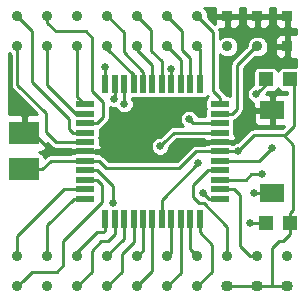
<source format=gbr>
G04 #@! TF.FileFunction,Copper,L1,Top,Signal*
%FSLAX46Y46*%
G04 Gerber Fmt 4.6, Leading zero omitted, Abs format (unit mm)*
G04 Created by KiCad (PCBNEW 4.0.5+dfsg1-4~bpo8+1) date Fri May 26 18:42:54 2017*
%MOMM*%
%LPD*%
G01*
G04 APERTURE LIST*
%ADD10C,0.100000*%
%ADD11R,2.000000X1.500000*%
%ADD12R,0.914400X0.914400*%
%ADD13C,0.914400*%
%ADD14O,1.016000X0.914400*%
%ADD15R,1.500000X0.550000*%
%ADD16R,0.550000X1.500000*%
%ADD17R,2.500000X1.950000*%
%ADD18R,1.198880X1.198880*%
%ADD19C,0.660400*%
%ADD20C,0.254000*%
G04 APERTURE END LIST*
D10*
D11*
X99060000Y-60000000D03*
X99060000Y-67000000D03*
D12*
X100330000Y-52070000D03*
X100330000Y-54610000D03*
D13*
X92710000Y-54610000D03*
D12*
X97790000Y-52070000D03*
D13*
X95250000Y-54610000D03*
D12*
X95250000Y-52070000D03*
D13*
X92710000Y-52070000D03*
X97790000Y-54610000D03*
X90170000Y-54610000D03*
X90170000Y-52070000D03*
X87630000Y-52070000D03*
X87630000Y-54610000D03*
X85090000Y-54610000D03*
X85090000Y-52070000D03*
X82550000Y-54610000D03*
X82550000Y-52070000D03*
X80010000Y-54610000D03*
X80010000Y-52070000D03*
X77470000Y-52070000D03*
X77470000Y-54610000D03*
D14*
X95250000Y-74930000D03*
D13*
X97790000Y-72390000D03*
D14*
X100330000Y-74930000D03*
X97790000Y-74930000D03*
D13*
X95250000Y-72390000D03*
X92710000Y-72390000D03*
X100330000Y-72390000D03*
X90170000Y-72390000D03*
X92710000Y-74930000D03*
X87630000Y-72390000D03*
X90170000Y-74930000D03*
X85090000Y-72390000D03*
X87630000Y-74930000D03*
X80010000Y-72390000D03*
X77470000Y-72390000D03*
X85090000Y-74930000D03*
X82550000Y-74930000D03*
X77470000Y-74930000D03*
X82550000Y-72390000D03*
X80010000Y-74930000D03*
D15*
X83200000Y-59500000D03*
X83200000Y-60300000D03*
X83200000Y-61100000D03*
X83200000Y-61900000D03*
X83200000Y-62700000D03*
X83200000Y-63500000D03*
X83200000Y-64300000D03*
X83200000Y-65100000D03*
X83200000Y-65900000D03*
X83200000Y-66700000D03*
X83200000Y-67500000D03*
D16*
X84900000Y-69200000D03*
X85700000Y-69200000D03*
X86500000Y-69200000D03*
X87300000Y-69200000D03*
X88100000Y-69200000D03*
X88900000Y-69200000D03*
X89700000Y-69200000D03*
X90500000Y-69200000D03*
X91300000Y-69200000D03*
X92100000Y-69200000D03*
X92900000Y-69200000D03*
D15*
X94600000Y-67500000D03*
X94600000Y-66700000D03*
X94600000Y-65900000D03*
X94600000Y-65100000D03*
X94600000Y-64300000D03*
X94600000Y-63500000D03*
X94600000Y-62700000D03*
X94600000Y-61900000D03*
X94600000Y-61100000D03*
X94600000Y-60300000D03*
X94600000Y-59500000D03*
D16*
X92900000Y-57800000D03*
X92100000Y-57800000D03*
X91300000Y-57800000D03*
X90500000Y-57800000D03*
X89700000Y-57800000D03*
X88900000Y-57800000D03*
X88100000Y-57800000D03*
X87300000Y-57800000D03*
X86500000Y-57800000D03*
X85700000Y-57800000D03*
X84900000Y-57800000D03*
D17*
X78054200Y-65025000D03*
X78054200Y-61975000D03*
D18*
X100584020Y-69596000D03*
X98485980Y-69596000D03*
X100584020Y-57404000D03*
X98485980Y-57404000D03*
D19*
X91999568Y-60755796D03*
X89534704Y-63067256D03*
X96118069Y-63500000D03*
X90500479Y-56489491D03*
X97188363Y-69595883D03*
X97677455Y-58646501D03*
X86508794Y-59467055D03*
X85622764Y-59050174D03*
X85545377Y-67843017D03*
X98139626Y-65411772D03*
X99034600Y-63195200D03*
X84911570Y-56312146D03*
X93174820Y-67012820D03*
X92760800Y-64516000D03*
X97536000Y-67005200D03*
D20*
X83200000Y-63500000D02*
X84331300Y-63500000D01*
X84331300Y-63500000D02*
X84737700Y-63906400D01*
X84737700Y-63906400D02*
X90856500Y-63906400D01*
X90856500Y-63906400D02*
X92062900Y-62700000D01*
X92062900Y-62700000D02*
X94600000Y-62700000D01*
X83200000Y-63500000D02*
X80289400Y-63500000D01*
X80289400Y-63500000D02*
X78764400Y-61975000D01*
X78764400Y-61975000D02*
X78054200Y-61975000D01*
X78079600Y-61975000D02*
X78769337Y-61975000D01*
X78232000Y-61975000D02*
X79012132Y-61975000D01*
X97790000Y-52070000D02*
X97078800Y-52070000D01*
X97078800Y-52070000D02*
X95250000Y-52070000D01*
X97739200Y-55866549D02*
X96830187Y-56775562D01*
X100330000Y-54610000D02*
X100330000Y-55321200D01*
X100330000Y-55321200D02*
X99784651Y-55866549D01*
X99784651Y-55866549D02*
X97739200Y-55866549D01*
X100330000Y-52070000D02*
X100330000Y-52781200D01*
X100330000Y-52781200D02*
X100330000Y-54610000D01*
X96830187Y-56775562D02*
X96830187Y-59151487D01*
X96830187Y-59151487D02*
X97678700Y-60000000D01*
X94600000Y-62700000D02*
X95710642Y-62700000D01*
X95710642Y-62700000D02*
X97516061Y-60894581D01*
X97516061Y-60894581D02*
X97516061Y-60162639D01*
X97516061Y-60162639D02*
X97678700Y-60000000D01*
X97790000Y-52070000D02*
X100330000Y-52070000D01*
X99060000Y-60000000D02*
X97678700Y-60000000D01*
X92329767Y-61085995D02*
X91999568Y-60755796D01*
X92343772Y-61100000D02*
X92329767Y-61085995D01*
X94600000Y-61100000D02*
X92343772Y-61100000D01*
X89864903Y-62737057D02*
X89534704Y-63067256D01*
X90701960Y-61900000D02*
X89864903Y-62737057D01*
X94600000Y-61900000D02*
X90701960Y-61900000D01*
X94600000Y-63500000D02*
X92604600Y-63500000D01*
X92604600Y-63500000D02*
X91182200Y-64922400D01*
X91182200Y-64922400D02*
X84953700Y-64922400D01*
X84953700Y-64922400D02*
X84331300Y-64300000D01*
X84331300Y-64300000D02*
X83200000Y-64300000D01*
X78054200Y-65025000D02*
X79583600Y-65025000D01*
X79583600Y-65025000D02*
X80308600Y-64300000D01*
X80308600Y-64300000D02*
X82196000Y-64300000D01*
X82196000Y-64300000D02*
X83200000Y-64300000D01*
X100584020Y-69596000D02*
X100584020Y-68742560D01*
X100584020Y-68742560D02*
X100835235Y-68491345D01*
X100835235Y-62938435D02*
X99999800Y-62103000D01*
X100835235Y-68491345D02*
X100835235Y-62938435D01*
X100160026Y-62103000D02*
X99999800Y-62103000D01*
X99999800Y-62103000D02*
X99313400Y-62103000D01*
X99618800Y-71069200D02*
X99964260Y-71069200D01*
X100584020Y-70449440D02*
X100584020Y-69596000D01*
X99964260Y-71069200D02*
X100584020Y-70449440D01*
X98983800Y-71704200D02*
X99618800Y-71069200D01*
X98983800Y-74930000D02*
X97790000Y-74930000D01*
X100330000Y-74930000D02*
X98983800Y-74930000D01*
X98983800Y-74930000D02*
X98983800Y-71704200D01*
X100881830Y-60985400D02*
X100881830Y-61381196D01*
X100881830Y-57701830D02*
X100881830Y-60985400D01*
X78079600Y-65025000D02*
X79583600Y-65025000D01*
X100584000Y-57404000D02*
X100881830Y-57701830D01*
X100881830Y-61381196D02*
X100160026Y-62103000D01*
X97145369Y-62472700D02*
X96901000Y-62717069D01*
X96901000Y-62717069D02*
X96118069Y-63500000D01*
X99313400Y-62103000D02*
X97515069Y-62103000D01*
X97515069Y-62103000D02*
X96901000Y-62717069D01*
X96118069Y-63500000D02*
X94600000Y-63500000D01*
X97790000Y-74930000D02*
X97143422Y-74930000D01*
X97143422Y-74930000D02*
X95250000Y-74930000D01*
X90500000Y-56489970D02*
X90500479Y-56489491D01*
X90500000Y-57800000D02*
X90500000Y-56489970D01*
X97655336Y-69595883D02*
X97188363Y-69595883D01*
X98485883Y-69595883D02*
X97655336Y-69595883D01*
X98486000Y-69596000D02*
X98485883Y-69595883D01*
X98486000Y-57837956D02*
X98007654Y-58316302D01*
X98486000Y-57404000D02*
X98486000Y-57837956D01*
X98007654Y-58316302D02*
X97677455Y-58646501D01*
X86500000Y-59458261D02*
X86508794Y-59467055D01*
X86500000Y-57800000D02*
X86500000Y-59458261D01*
X85700000Y-58972938D02*
X85622764Y-59050174D01*
X85700000Y-57800000D02*
X85700000Y-58972938D01*
X85545377Y-67376044D02*
X85545377Y-67843017D01*
X85545377Y-66441377D02*
X85545377Y-67376044D01*
X84204000Y-65100000D02*
X85545377Y-66441377D01*
X83200000Y-65100000D02*
X84204000Y-65100000D01*
X83200000Y-65900000D02*
X84204000Y-65900000D01*
X84204000Y-65900000D02*
X84632800Y-66328800D01*
X84632800Y-67758781D02*
X81348517Y-71043064D01*
X81348517Y-71043064D02*
X81348517Y-73153339D01*
X84632800Y-66328800D02*
X84632800Y-67758781D01*
X81348517Y-73153339D02*
X80833917Y-73667939D01*
X80833917Y-73667939D02*
X78732061Y-73667939D01*
X78732061Y-73667939D02*
X77927199Y-74472801D01*
X77927199Y-74472801D02*
X77470000Y-74930000D01*
X92100000Y-71780000D02*
X92710000Y-72390000D01*
X92100000Y-69200000D02*
X92100000Y-71780000D01*
X77470000Y-72390000D02*
X77470000Y-70638018D01*
X77470000Y-70638018D02*
X81408018Y-66700000D01*
X81408018Y-66700000D02*
X83200000Y-66700000D01*
X92900000Y-69200000D02*
X92900000Y-70331300D01*
X92900000Y-70331300D02*
X93975683Y-71406983D01*
X93975683Y-73664317D02*
X92710000Y-74930000D01*
X93975683Y-71406983D02*
X93975683Y-73664317D01*
X83200000Y-67500000D02*
X82217081Y-67500000D01*
X82217081Y-67500000D02*
X80010000Y-69707081D01*
X80010000Y-69707081D02*
X80010000Y-72390000D01*
X97790000Y-72390000D02*
X97143422Y-72390000D01*
X97143422Y-72390000D02*
X96290595Y-71537173D01*
X96290595Y-71537173D02*
X96290595Y-67202515D01*
X96290595Y-67202515D02*
X95788080Y-66700000D01*
X95788080Y-66700000D02*
X94600000Y-66700000D01*
X86500000Y-69200000D02*
X86500000Y-70877872D01*
X86500000Y-70877872D02*
X85090000Y-72287872D01*
X85090000Y-72287872D02*
X85090000Y-72390000D01*
X97275228Y-65411772D02*
X97672653Y-65411772D01*
X97672653Y-65411772D02*
X98139626Y-65411772D01*
X96787000Y-65900000D02*
X97275228Y-65411772D01*
X94600000Y-65900000D02*
X96787000Y-65900000D01*
X87300000Y-69200000D02*
X87300000Y-71198862D01*
X87300000Y-71198862D02*
X86345703Y-72153159D01*
X86345703Y-72153159D02*
X86345703Y-73674297D01*
X86345703Y-73674297D02*
X85090000Y-74930000D01*
X94600000Y-65100000D02*
X93596000Y-65100000D01*
X93596000Y-65100000D02*
X92329000Y-66367000D01*
X92329000Y-66367000D02*
X92329000Y-67360800D01*
X92329000Y-67360800D02*
X92861082Y-67892882D01*
X92861082Y-67892882D02*
X93288164Y-67892882D01*
X93288164Y-67892882D02*
X95250000Y-69854718D01*
X95250000Y-69854718D02*
X95250000Y-71743422D01*
X95250000Y-71743422D02*
X95250000Y-72390000D01*
X88100000Y-71920000D02*
X87630000Y-72390000D01*
X88100000Y-69200000D02*
X88100000Y-71920000D01*
X98704401Y-63525399D02*
X99034600Y-63195200D01*
X97929800Y-64300000D02*
X98704401Y-63525399D01*
X94600000Y-64300000D02*
X97929800Y-64300000D01*
X88900000Y-73660000D02*
X87630000Y-74930000D01*
X88900000Y-69200000D02*
X88900000Y-73660000D01*
X89700000Y-57800000D02*
X89700000Y-55874952D01*
X89700000Y-55874952D02*
X88807592Y-54982544D01*
X88807592Y-54982544D02*
X88807592Y-53247592D01*
X88807592Y-53247592D02*
X87630000Y-52070000D01*
X84900000Y-56323716D02*
X84911570Y-56312146D01*
X84900000Y-57800000D02*
X84900000Y-56323716D01*
X88900000Y-57800000D02*
X88900000Y-56137955D01*
X88900000Y-56137955D02*
X87630000Y-54867955D01*
X87630000Y-54867955D02*
X87630000Y-54610000D01*
X82550000Y-54610000D02*
X82550000Y-58850000D01*
X82550000Y-58850000D02*
X83200000Y-59500000D01*
X88100000Y-57800000D02*
X88100000Y-56756610D01*
X88100000Y-56756610D02*
X86446888Y-55103498D01*
X86446888Y-55103498D02*
X86446888Y-53426888D01*
X86446888Y-53426888D02*
X85090000Y-52070000D01*
X97790000Y-54610000D02*
X97656900Y-54610000D01*
X97656900Y-54610000D02*
X96060607Y-56206293D01*
X96060607Y-56206293D02*
X96060607Y-59872381D01*
X96060607Y-59872381D02*
X95632988Y-60300000D01*
X95632988Y-60300000D02*
X94600000Y-60300000D01*
X85090000Y-54610000D02*
X85090000Y-54804073D01*
X85090000Y-54804073D02*
X87300000Y-57014073D01*
X87300000Y-57014073D02*
X87300000Y-57800000D01*
X92100000Y-57800000D02*
X92100000Y-55549400D01*
X92100000Y-55549400D02*
X91423176Y-54872576D01*
X91423176Y-54872576D02*
X91423176Y-53323176D01*
X91423176Y-53323176D02*
X90170000Y-52070000D01*
X83200000Y-60300000D02*
X82404736Y-60300000D01*
X82404736Y-60300000D02*
X80010000Y-57905264D01*
X80010000Y-57905264D02*
X80010000Y-55256578D01*
X80010000Y-55256578D02*
X80010000Y-54610000D01*
X91300000Y-55740000D02*
X90170000Y-54610000D01*
X91300000Y-57800000D02*
X91300000Y-55740000D01*
X80010000Y-52070000D02*
X80010000Y-52595221D01*
X80010000Y-52595221D02*
X80754779Y-53340000D01*
X80754779Y-53340000D02*
X83232830Y-53340000D01*
X83232830Y-53340000D02*
X83820846Y-53928016D01*
X83820846Y-53928016D02*
X83820846Y-58406151D01*
X83820846Y-58406151D02*
X84689558Y-59274863D01*
X84689558Y-59274863D02*
X84689558Y-60614442D01*
X84689558Y-60614442D02*
X84204000Y-61100000D01*
X84204000Y-61100000D02*
X83200000Y-61100000D01*
X90500000Y-72060000D02*
X90170000Y-72390000D01*
X90500000Y-69200000D02*
X90500000Y-72060000D01*
X77470000Y-52070000D02*
X78714600Y-53314600D01*
X78714600Y-53314600D02*
X78714600Y-57602973D01*
X78714600Y-57602973D02*
X81858726Y-60747099D01*
X81858726Y-60747099D02*
X81858726Y-61562726D01*
X81858726Y-61562726D02*
X82196000Y-61900000D01*
X82196000Y-61900000D02*
X83200000Y-61900000D01*
X91300000Y-73800000D02*
X90170000Y-74930000D01*
X91300000Y-69200000D02*
X91300000Y-73800000D01*
X83200000Y-62700000D02*
X80708600Y-62700000D01*
X80708600Y-62700000D02*
X79857600Y-61849000D01*
X79857600Y-61849000D02*
X79857600Y-60238751D01*
X79857600Y-60238751D02*
X77470000Y-57851151D01*
X77470000Y-57851151D02*
X77470000Y-54610000D01*
X94030800Y-58401800D02*
X94030800Y-53390800D01*
X94030800Y-53390800D02*
X92710000Y-52070000D01*
X94600000Y-59500000D02*
X94600000Y-58971000D01*
X94600000Y-58971000D02*
X94030800Y-58401800D01*
X82550000Y-74930000D02*
X83814051Y-73665949D01*
X85101565Y-71120000D02*
X85700000Y-70521565D01*
X83814051Y-73665949D02*
X83814051Y-71889085D01*
X83814051Y-71889085D02*
X84583136Y-71120000D01*
X84583136Y-71120000D02*
X85101565Y-71120000D01*
X85700000Y-70521565D02*
X85700000Y-69200000D01*
X84900000Y-69200000D02*
X84900000Y-70204000D01*
X84900000Y-70204000D02*
X84751212Y-70352788D01*
X84751212Y-70352788D02*
X84222212Y-70352788D01*
X84222212Y-70352788D02*
X82550000Y-72025000D01*
X82550000Y-72025000D02*
X82550000Y-72390000D01*
X94600000Y-67500000D02*
X93662000Y-67500000D01*
X93662000Y-67500000D02*
X93174820Y-67012820D01*
X89700000Y-69200000D02*
X89700000Y-67576800D01*
X89700000Y-67576800D02*
X92760800Y-64516000D01*
X99060000Y-67000000D02*
X97541200Y-67000000D01*
X97541200Y-67000000D02*
X97536000Y-67005200D01*
X92900000Y-54800000D02*
X92710000Y-54610000D01*
X92900000Y-57800000D02*
X92900000Y-54800000D01*
G36*
X94157800Y-51486490D02*
X94157800Y-51784250D01*
X94316550Y-51943000D01*
X95123000Y-51943000D01*
X95123000Y-51923000D01*
X95377000Y-51923000D01*
X95377000Y-51943000D01*
X96183450Y-51943000D01*
X96342200Y-51784250D01*
X96342200Y-51486490D01*
X96285903Y-51350576D01*
X96754097Y-51350576D01*
X96697800Y-51486490D01*
X96697800Y-51784250D01*
X96856550Y-51943000D01*
X97663000Y-51943000D01*
X97663000Y-51923000D01*
X97917000Y-51923000D01*
X97917000Y-51943000D01*
X98723450Y-51943000D01*
X98882200Y-51784250D01*
X98882200Y-51486490D01*
X98825903Y-51350576D01*
X99294097Y-51350576D01*
X99237800Y-51486490D01*
X99237800Y-51784250D01*
X99396550Y-51943000D01*
X100203000Y-51943000D01*
X100203000Y-51923000D01*
X100457000Y-51923000D01*
X100457000Y-51943000D01*
X100477000Y-51943000D01*
X100477000Y-52197000D01*
X100457000Y-52197000D01*
X100457000Y-53003450D01*
X100615750Y-53162200D01*
X100913509Y-53162200D01*
X101067800Y-53098291D01*
X101067800Y-53581709D01*
X100913509Y-53517800D01*
X100615750Y-53517800D01*
X100457000Y-53676550D01*
X100457000Y-54483000D01*
X100477000Y-54483000D01*
X100477000Y-54737000D01*
X100457000Y-54737000D01*
X100457000Y-55543450D01*
X100615750Y-55702200D01*
X100913509Y-55702200D01*
X101067800Y-55638291D01*
X101067800Y-56338403D01*
X99984580Y-56338403D01*
X99815152Y-56370283D01*
X99659542Y-56470415D01*
X99555150Y-56623199D01*
X99535609Y-56719696D01*
X99519697Y-56635132D01*
X99419565Y-56479522D01*
X99266781Y-56375130D01*
X99085420Y-56338403D01*
X97886540Y-56338403D01*
X97717112Y-56370283D01*
X97561502Y-56470415D01*
X97457110Y-56623199D01*
X97420383Y-56804560D01*
X97420383Y-57900753D01*
X97232011Y-57978587D01*
X97010319Y-58199892D01*
X96890192Y-58489190D01*
X96889919Y-58802437D01*
X97009541Y-59091945D01*
X97230846Y-59313637D01*
X97425000Y-59394257D01*
X97425000Y-59714250D01*
X97583750Y-59873000D01*
X98933000Y-59873000D01*
X98933000Y-58773750D01*
X98774250Y-58615000D01*
X98535140Y-58615000D01*
X98680542Y-58469597D01*
X99085420Y-58469597D01*
X99254848Y-58437717D01*
X99410458Y-58337585D01*
X99514850Y-58184801D01*
X99534391Y-58088304D01*
X99550303Y-58172868D01*
X99650435Y-58328478D01*
X99803219Y-58432870D01*
X99984580Y-58469597D01*
X100297630Y-58469597D01*
X100297630Y-58661110D01*
X100186310Y-58615000D01*
X99345750Y-58615000D01*
X99187000Y-58773750D01*
X99187000Y-59873000D01*
X99207000Y-59873000D01*
X99207000Y-60127000D01*
X99187000Y-60127000D01*
X99187000Y-61226250D01*
X99345750Y-61385000D01*
X100051842Y-61385000D01*
X99918042Y-61518800D01*
X97515074Y-61518800D01*
X97515069Y-61518799D01*
X97291506Y-61563269D01*
X97101977Y-61689908D01*
X96079319Y-62712566D01*
X95962133Y-62712464D01*
X95684934Y-62827000D01*
X95577361Y-62827000D01*
X95531361Y-62795570D01*
X95350000Y-62758843D01*
X93850000Y-62758843D01*
X93680572Y-62790723D01*
X93624196Y-62827000D01*
X93373750Y-62827000D01*
X93284950Y-62915800D01*
X92604600Y-62915800D01*
X92381036Y-62960270D01*
X92207371Y-63076309D01*
X92191508Y-63086908D01*
X90940216Y-64338200D01*
X85195683Y-64338200D01*
X84744392Y-63886908D01*
X84717050Y-63868639D01*
X84568896Y-63769646D01*
X84426250Y-63627000D01*
X84177361Y-63627000D01*
X84131361Y-63595570D01*
X83950000Y-63558843D01*
X82450000Y-63558843D01*
X82280572Y-63590723D01*
X82224196Y-63627000D01*
X81973750Y-63627000D01*
X81884950Y-63715800D01*
X80308600Y-63715800D01*
X80085036Y-63760270D01*
X79922850Y-63868639D01*
X79895508Y-63886908D01*
X79764349Y-64018067D01*
X79738477Y-63880572D01*
X79638345Y-63724962D01*
X79485561Y-63620570D01*
X79309913Y-63585000D01*
X79430510Y-63585000D01*
X79663899Y-63488327D01*
X79842527Y-63309698D01*
X79939200Y-63076309D01*
X79939200Y-62756784D01*
X80295508Y-63113092D01*
X80485037Y-63239731D01*
X80708600Y-63284200D01*
X81884950Y-63284200D01*
X81973750Y-63373000D01*
X82222639Y-63373000D01*
X82268639Y-63404430D01*
X82450000Y-63441157D01*
X83950000Y-63441157D01*
X84119428Y-63409277D01*
X84175804Y-63373000D01*
X84426250Y-63373000D01*
X84585000Y-63214250D01*
X84585000Y-63098690D01*
X84488327Y-62865301D01*
X84416157Y-62793131D01*
X84416157Y-62425000D01*
X84391773Y-62295410D01*
X84416157Y-62175000D01*
X84416157Y-61641999D01*
X84427564Y-61639730D01*
X84617092Y-61513092D01*
X85102650Y-61027534D01*
X85229289Y-60838005D01*
X85273759Y-60614442D01*
X85273758Y-60614437D01*
X85273758Y-59757838D01*
X85465453Y-59837437D01*
X85778700Y-59837710D01*
X85805417Y-59826671D01*
X85840880Y-59912499D01*
X86062185Y-60134191D01*
X86351483Y-60254318D01*
X86664730Y-60254591D01*
X86954238Y-60134969D01*
X87175930Y-59913664D01*
X87296057Y-59624366D01*
X87296330Y-59311119D01*
X87176708Y-59021611D01*
X87171264Y-59016157D01*
X87575000Y-59016157D01*
X87704590Y-58991773D01*
X87825000Y-59016157D01*
X88375000Y-59016157D01*
X88504590Y-58991773D01*
X88625000Y-59016157D01*
X89175000Y-59016157D01*
X89304590Y-58991773D01*
X89425000Y-59016157D01*
X89975000Y-59016157D01*
X90104590Y-58991773D01*
X90225000Y-59016157D01*
X90775000Y-59016157D01*
X90904590Y-58991773D01*
X91025000Y-59016157D01*
X91575000Y-59016157D01*
X91704590Y-58991773D01*
X91825000Y-59016157D01*
X92375000Y-59016157D01*
X92504590Y-58991773D01*
X92625000Y-59016157D01*
X93175000Y-59016157D01*
X93344428Y-58984277D01*
X93500038Y-58884145D01*
X93582925Y-58762835D01*
X93590218Y-58773750D01*
X93617708Y-58814892D01*
X93627615Y-58824799D01*
X93524962Y-58890855D01*
X93420570Y-59043639D01*
X93383843Y-59225000D01*
X93383843Y-59775000D01*
X93408227Y-59904590D01*
X93383843Y-60025000D01*
X93383843Y-60515800D01*
X92752371Y-60515800D01*
X92667482Y-60310352D01*
X92446177Y-60088660D01*
X92156879Y-59968533D01*
X91843632Y-59968260D01*
X91554124Y-60087882D01*
X91332432Y-60309187D01*
X91212305Y-60598485D01*
X91212032Y-60911732D01*
X91331654Y-61201240D01*
X91446014Y-61315800D01*
X90701960Y-61315800D01*
X90478396Y-61360270D01*
X90353625Y-61443639D01*
X90288868Y-61486908D01*
X89495954Y-62279822D01*
X89378768Y-62279720D01*
X89089260Y-62399342D01*
X88867568Y-62620647D01*
X88747441Y-62909945D01*
X88747168Y-63223192D01*
X88866790Y-63512700D01*
X89088095Y-63734392D01*
X89377393Y-63854519D01*
X89690640Y-63854792D01*
X89980148Y-63735170D01*
X90201840Y-63513865D01*
X90321967Y-63224567D01*
X90322070Y-63106074D01*
X90943944Y-62484200D01*
X93284950Y-62484200D01*
X93373750Y-62573000D01*
X93622639Y-62573000D01*
X93668639Y-62604430D01*
X93850000Y-62641157D01*
X95350000Y-62641157D01*
X95519428Y-62609277D01*
X95575804Y-62573000D01*
X95826250Y-62573000D01*
X95985000Y-62414250D01*
X95985000Y-62298690D01*
X95888327Y-62065301D01*
X95816157Y-61993131D01*
X95816157Y-61625000D01*
X95791773Y-61495410D01*
X95816157Y-61375000D01*
X95816157Y-60847765D01*
X95856552Y-60839730D01*
X96046080Y-60713092D01*
X96473421Y-60285750D01*
X97425000Y-60285750D01*
X97425000Y-60876309D01*
X97521673Y-61109698D01*
X97700301Y-61288327D01*
X97933690Y-61385000D01*
X98774250Y-61385000D01*
X98933000Y-61226250D01*
X98933000Y-60127000D01*
X97583750Y-60127000D01*
X97425000Y-60285750D01*
X96473421Y-60285750D01*
X96473696Y-60285475D01*
X96473699Y-60285473D01*
X96600337Y-60095945D01*
X96600338Y-60095944D01*
X96644808Y-59872381D01*
X96644807Y-59872376D01*
X96644807Y-56448277D01*
X97580131Y-55512953D01*
X97607317Y-55524241D01*
X97971087Y-55524558D01*
X98307289Y-55385642D01*
X98564738Y-55128642D01*
X98661443Y-54895750D01*
X99237800Y-54895750D01*
X99237800Y-55193510D01*
X99334473Y-55426899D01*
X99513102Y-55605527D01*
X99746491Y-55702200D01*
X100044250Y-55702200D01*
X100203000Y-55543450D01*
X100203000Y-54737000D01*
X99396550Y-54737000D01*
X99237800Y-54895750D01*
X98661443Y-54895750D01*
X98704241Y-54792683D01*
X98704558Y-54428913D01*
X98565642Y-54092711D01*
X98499537Y-54026490D01*
X99237800Y-54026490D01*
X99237800Y-54324250D01*
X99396550Y-54483000D01*
X100203000Y-54483000D01*
X100203000Y-53676550D01*
X100044250Y-53517800D01*
X99746491Y-53517800D01*
X99513102Y-53614473D01*
X99334473Y-53793101D01*
X99237800Y-54026490D01*
X98499537Y-54026490D01*
X98308642Y-53835262D01*
X97972683Y-53695759D01*
X97608913Y-53695442D01*
X97272711Y-53834358D01*
X97015262Y-54091358D01*
X96875759Y-54427317D01*
X96875639Y-54565077D01*
X95647515Y-55793201D01*
X95520877Y-55982729D01*
X95476407Y-56206293D01*
X95476407Y-58784441D01*
X95350000Y-58758843D01*
X95141999Y-58758843D01*
X95139730Y-58747436D01*
X95013092Y-58557908D01*
X94615000Y-58159816D01*
X94615000Y-55268177D01*
X94731358Y-55384738D01*
X95067317Y-55524241D01*
X95431087Y-55524558D01*
X95767289Y-55385642D01*
X96024738Y-55128642D01*
X96164241Y-54792683D01*
X96164558Y-54428913D01*
X96025642Y-54092711D01*
X95768642Y-53835262D01*
X95432683Y-53695759D01*
X95068913Y-53695442D01*
X94732711Y-53834358D01*
X94615000Y-53951864D01*
X94615000Y-53390800D01*
X94570530Y-53167236D01*
X94529155Y-53105313D01*
X94666491Y-53162200D01*
X94964250Y-53162200D01*
X95123000Y-53003450D01*
X95123000Y-52197000D01*
X95377000Y-52197000D01*
X95377000Y-53003450D01*
X95535750Y-53162200D01*
X95833509Y-53162200D01*
X96066898Y-53065527D01*
X96245527Y-52886899D01*
X96342200Y-52653510D01*
X96342200Y-52355750D01*
X96697800Y-52355750D01*
X96697800Y-52653510D01*
X96794473Y-52886899D01*
X96973102Y-53065527D01*
X97206491Y-53162200D01*
X97504250Y-53162200D01*
X97663000Y-53003450D01*
X97663000Y-52197000D01*
X97917000Y-52197000D01*
X97917000Y-53003450D01*
X98075750Y-53162200D01*
X98373509Y-53162200D01*
X98606898Y-53065527D01*
X98785527Y-52886899D01*
X98882200Y-52653510D01*
X98882200Y-52355750D01*
X99237800Y-52355750D01*
X99237800Y-52653510D01*
X99334473Y-52886899D01*
X99513102Y-53065527D01*
X99746491Y-53162200D01*
X100044250Y-53162200D01*
X100203000Y-53003450D01*
X100203000Y-52197000D01*
X99396550Y-52197000D01*
X99237800Y-52355750D01*
X98882200Y-52355750D01*
X98723450Y-52197000D01*
X97917000Y-52197000D01*
X97663000Y-52197000D01*
X96856550Y-52197000D01*
X96697800Y-52355750D01*
X96342200Y-52355750D01*
X96183450Y-52197000D01*
X95377000Y-52197000D01*
X95123000Y-52197000D01*
X94316550Y-52197000D01*
X94157800Y-52355750D01*
X94157800Y-52653510D01*
X94184745Y-52718561D01*
X93624323Y-52158139D01*
X93624558Y-51888913D01*
X93485642Y-51552711D01*
X93283860Y-51350576D01*
X94214097Y-51350576D01*
X94157800Y-51486490D01*
X94157800Y-51486490D01*
G37*
X94157800Y-51486490D02*
X94157800Y-51784250D01*
X94316550Y-51943000D01*
X95123000Y-51943000D01*
X95123000Y-51923000D01*
X95377000Y-51923000D01*
X95377000Y-51943000D01*
X96183450Y-51943000D01*
X96342200Y-51784250D01*
X96342200Y-51486490D01*
X96285903Y-51350576D01*
X96754097Y-51350576D01*
X96697800Y-51486490D01*
X96697800Y-51784250D01*
X96856550Y-51943000D01*
X97663000Y-51943000D01*
X97663000Y-51923000D01*
X97917000Y-51923000D01*
X97917000Y-51943000D01*
X98723450Y-51943000D01*
X98882200Y-51784250D01*
X98882200Y-51486490D01*
X98825903Y-51350576D01*
X99294097Y-51350576D01*
X99237800Y-51486490D01*
X99237800Y-51784250D01*
X99396550Y-51943000D01*
X100203000Y-51943000D01*
X100203000Y-51923000D01*
X100457000Y-51923000D01*
X100457000Y-51943000D01*
X100477000Y-51943000D01*
X100477000Y-52197000D01*
X100457000Y-52197000D01*
X100457000Y-53003450D01*
X100615750Y-53162200D01*
X100913509Y-53162200D01*
X101067800Y-53098291D01*
X101067800Y-53581709D01*
X100913509Y-53517800D01*
X100615750Y-53517800D01*
X100457000Y-53676550D01*
X100457000Y-54483000D01*
X100477000Y-54483000D01*
X100477000Y-54737000D01*
X100457000Y-54737000D01*
X100457000Y-55543450D01*
X100615750Y-55702200D01*
X100913509Y-55702200D01*
X101067800Y-55638291D01*
X101067800Y-56338403D01*
X99984580Y-56338403D01*
X99815152Y-56370283D01*
X99659542Y-56470415D01*
X99555150Y-56623199D01*
X99535609Y-56719696D01*
X99519697Y-56635132D01*
X99419565Y-56479522D01*
X99266781Y-56375130D01*
X99085420Y-56338403D01*
X97886540Y-56338403D01*
X97717112Y-56370283D01*
X97561502Y-56470415D01*
X97457110Y-56623199D01*
X97420383Y-56804560D01*
X97420383Y-57900753D01*
X97232011Y-57978587D01*
X97010319Y-58199892D01*
X96890192Y-58489190D01*
X96889919Y-58802437D01*
X97009541Y-59091945D01*
X97230846Y-59313637D01*
X97425000Y-59394257D01*
X97425000Y-59714250D01*
X97583750Y-59873000D01*
X98933000Y-59873000D01*
X98933000Y-58773750D01*
X98774250Y-58615000D01*
X98535140Y-58615000D01*
X98680542Y-58469597D01*
X99085420Y-58469597D01*
X99254848Y-58437717D01*
X99410458Y-58337585D01*
X99514850Y-58184801D01*
X99534391Y-58088304D01*
X99550303Y-58172868D01*
X99650435Y-58328478D01*
X99803219Y-58432870D01*
X99984580Y-58469597D01*
X100297630Y-58469597D01*
X100297630Y-58661110D01*
X100186310Y-58615000D01*
X99345750Y-58615000D01*
X99187000Y-58773750D01*
X99187000Y-59873000D01*
X99207000Y-59873000D01*
X99207000Y-60127000D01*
X99187000Y-60127000D01*
X99187000Y-61226250D01*
X99345750Y-61385000D01*
X100051842Y-61385000D01*
X99918042Y-61518800D01*
X97515074Y-61518800D01*
X97515069Y-61518799D01*
X97291506Y-61563269D01*
X97101977Y-61689908D01*
X96079319Y-62712566D01*
X95962133Y-62712464D01*
X95684934Y-62827000D01*
X95577361Y-62827000D01*
X95531361Y-62795570D01*
X95350000Y-62758843D01*
X93850000Y-62758843D01*
X93680572Y-62790723D01*
X93624196Y-62827000D01*
X93373750Y-62827000D01*
X93284950Y-62915800D01*
X92604600Y-62915800D01*
X92381036Y-62960270D01*
X92207371Y-63076309D01*
X92191508Y-63086908D01*
X90940216Y-64338200D01*
X85195683Y-64338200D01*
X84744392Y-63886908D01*
X84717050Y-63868639D01*
X84568896Y-63769646D01*
X84426250Y-63627000D01*
X84177361Y-63627000D01*
X84131361Y-63595570D01*
X83950000Y-63558843D01*
X82450000Y-63558843D01*
X82280572Y-63590723D01*
X82224196Y-63627000D01*
X81973750Y-63627000D01*
X81884950Y-63715800D01*
X80308600Y-63715800D01*
X80085036Y-63760270D01*
X79922850Y-63868639D01*
X79895508Y-63886908D01*
X79764349Y-64018067D01*
X79738477Y-63880572D01*
X79638345Y-63724962D01*
X79485561Y-63620570D01*
X79309913Y-63585000D01*
X79430510Y-63585000D01*
X79663899Y-63488327D01*
X79842527Y-63309698D01*
X79939200Y-63076309D01*
X79939200Y-62756784D01*
X80295508Y-63113092D01*
X80485037Y-63239731D01*
X80708600Y-63284200D01*
X81884950Y-63284200D01*
X81973750Y-63373000D01*
X82222639Y-63373000D01*
X82268639Y-63404430D01*
X82450000Y-63441157D01*
X83950000Y-63441157D01*
X84119428Y-63409277D01*
X84175804Y-63373000D01*
X84426250Y-63373000D01*
X84585000Y-63214250D01*
X84585000Y-63098690D01*
X84488327Y-62865301D01*
X84416157Y-62793131D01*
X84416157Y-62425000D01*
X84391773Y-62295410D01*
X84416157Y-62175000D01*
X84416157Y-61641999D01*
X84427564Y-61639730D01*
X84617092Y-61513092D01*
X85102650Y-61027534D01*
X85229289Y-60838005D01*
X85273759Y-60614442D01*
X85273758Y-60614437D01*
X85273758Y-59757838D01*
X85465453Y-59837437D01*
X85778700Y-59837710D01*
X85805417Y-59826671D01*
X85840880Y-59912499D01*
X86062185Y-60134191D01*
X86351483Y-60254318D01*
X86664730Y-60254591D01*
X86954238Y-60134969D01*
X87175930Y-59913664D01*
X87296057Y-59624366D01*
X87296330Y-59311119D01*
X87176708Y-59021611D01*
X87171264Y-59016157D01*
X87575000Y-59016157D01*
X87704590Y-58991773D01*
X87825000Y-59016157D01*
X88375000Y-59016157D01*
X88504590Y-58991773D01*
X88625000Y-59016157D01*
X89175000Y-59016157D01*
X89304590Y-58991773D01*
X89425000Y-59016157D01*
X89975000Y-59016157D01*
X90104590Y-58991773D01*
X90225000Y-59016157D01*
X90775000Y-59016157D01*
X90904590Y-58991773D01*
X91025000Y-59016157D01*
X91575000Y-59016157D01*
X91704590Y-58991773D01*
X91825000Y-59016157D01*
X92375000Y-59016157D01*
X92504590Y-58991773D01*
X92625000Y-59016157D01*
X93175000Y-59016157D01*
X93344428Y-58984277D01*
X93500038Y-58884145D01*
X93582925Y-58762835D01*
X93590218Y-58773750D01*
X93617708Y-58814892D01*
X93627615Y-58824799D01*
X93524962Y-58890855D01*
X93420570Y-59043639D01*
X93383843Y-59225000D01*
X93383843Y-59775000D01*
X93408227Y-59904590D01*
X93383843Y-60025000D01*
X93383843Y-60515800D01*
X92752371Y-60515800D01*
X92667482Y-60310352D01*
X92446177Y-60088660D01*
X92156879Y-59968533D01*
X91843632Y-59968260D01*
X91554124Y-60087882D01*
X91332432Y-60309187D01*
X91212305Y-60598485D01*
X91212032Y-60911732D01*
X91331654Y-61201240D01*
X91446014Y-61315800D01*
X90701960Y-61315800D01*
X90478396Y-61360270D01*
X90353625Y-61443639D01*
X90288868Y-61486908D01*
X89495954Y-62279822D01*
X89378768Y-62279720D01*
X89089260Y-62399342D01*
X88867568Y-62620647D01*
X88747441Y-62909945D01*
X88747168Y-63223192D01*
X88866790Y-63512700D01*
X89088095Y-63734392D01*
X89377393Y-63854519D01*
X89690640Y-63854792D01*
X89980148Y-63735170D01*
X90201840Y-63513865D01*
X90321967Y-63224567D01*
X90322070Y-63106074D01*
X90943944Y-62484200D01*
X93284950Y-62484200D01*
X93373750Y-62573000D01*
X93622639Y-62573000D01*
X93668639Y-62604430D01*
X93850000Y-62641157D01*
X95350000Y-62641157D01*
X95519428Y-62609277D01*
X95575804Y-62573000D01*
X95826250Y-62573000D01*
X95985000Y-62414250D01*
X95985000Y-62298690D01*
X95888327Y-62065301D01*
X95816157Y-61993131D01*
X95816157Y-61625000D01*
X95791773Y-61495410D01*
X95816157Y-61375000D01*
X95816157Y-60847765D01*
X95856552Y-60839730D01*
X96046080Y-60713092D01*
X96473421Y-60285750D01*
X97425000Y-60285750D01*
X97425000Y-60876309D01*
X97521673Y-61109698D01*
X97700301Y-61288327D01*
X97933690Y-61385000D01*
X98774250Y-61385000D01*
X98933000Y-61226250D01*
X98933000Y-60127000D01*
X97583750Y-60127000D01*
X97425000Y-60285750D01*
X96473421Y-60285750D01*
X96473696Y-60285475D01*
X96473699Y-60285473D01*
X96600337Y-60095945D01*
X96600338Y-60095944D01*
X96644808Y-59872381D01*
X96644807Y-59872376D01*
X96644807Y-56448277D01*
X97580131Y-55512953D01*
X97607317Y-55524241D01*
X97971087Y-55524558D01*
X98307289Y-55385642D01*
X98564738Y-55128642D01*
X98661443Y-54895750D01*
X99237800Y-54895750D01*
X99237800Y-55193510D01*
X99334473Y-55426899D01*
X99513102Y-55605527D01*
X99746491Y-55702200D01*
X100044250Y-55702200D01*
X100203000Y-55543450D01*
X100203000Y-54737000D01*
X99396550Y-54737000D01*
X99237800Y-54895750D01*
X98661443Y-54895750D01*
X98704241Y-54792683D01*
X98704558Y-54428913D01*
X98565642Y-54092711D01*
X98499537Y-54026490D01*
X99237800Y-54026490D01*
X99237800Y-54324250D01*
X99396550Y-54483000D01*
X100203000Y-54483000D01*
X100203000Y-53676550D01*
X100044250Y-53517800D01*
X99746491Y-53517800D01*
X99513102Y-53614473D01*
X99334473Y-53793101D01*
X99237800Y-54026490D01*
X98499537Y-54026490D01*
X98308642Y-53835262D01*
X97972683Y-53695759D01*
X97608913Y-53695442D01*
X97272711Y-53834358D01*
X97015262Y-54091358D01*
X96875759Y-54427317D01*
X96875639Y-54565077D01*
X95647515Y-55793201D01*
X95520877Y-55982729D01*
X95476407Y-56206293D01*
X95476407Y-58784441D01*
X95350000Y-58758843D01*
X95141999Y-58758843D01*
X95139730Y-58747436D01*
X95013092Y-58557908D01*
X94615000Y-58159816D01*
X94615000Y-55268177D01*
X94731358Y-55384738D01*
X95067317Y-55524241D01*
X95431087Y-55524558D01*
X95767289Y-55385642D01*
X96024738Y-55128642D01*
X96164241Y-54792683D01*
X96164558Y-54428913D01*
X96025642Y-54092711D01*
X95768642Y-53835262D01*
X95432683Y-53695759D01*
X95068913Y-53695442D01*
X94732711Y-53834358D01*
X94615000Y-53951864D01*
X94615000Y-53390800D01*
X94570530Y-53167236D01*
X94529155Y-53105313D01*
X94666491Y-53162200D01*
X94964250Y-53162200D01*
X95123000Y-53003450D01*
X95123000Y-52197000D01*
X95377000Y-52197000D01*
X95377000Y-53003450D01*
X95535750Y-53162200D01*
X95833509Y-53162200D01*
X96066898Y-53065527D01*
X96245527Y-52886899D01*
X96342200Y-52653510D01*
X96342200Y-52355750D01*
X96697800Y-52355750D01*
X96697800Y-52653510D01*
X96794473Y-52886899D01*
X96973102Y-53065527D01*
X97206491Y-53162200D01*
X97504250Y-53162200D01*
X97663000Y-53003450D01*
X97663000Y-52197000D01*
X97917000Y-52197000D01*
X97917000Y-53003450D01*
X98075750Y-53162200D01*
X98373509Y-53162200D01*
X98606898Y-53065527D01*
X98785527Y-52886899D01*
X98882200Y-52653510D01*
X98882200Y-52355750D01*
X99237800Y-52355750D01*
X99237800Y-52653510D01*
X99334473Y-52886899D01*
X99513102Y-53065527D01*
X99746491Y-53162200D01*
X100044250Y-53162200D01*
X100203000Y-53003450D01*
X100203000Y-52197000D01*
X99396550Y-52197000D01*
X99237800Y-52355750D01*
X98882200Y-52355750D01*
X98723450Y-52197000D01*
X97917000Y-52197000D01*
X97663000Y-52197000D01*
X96856550Y-52197000D01*
X96697800Y-52355750D01*
X96342200Y-52355750D01*
X96183450Y-52197000D01*
X95377000Y-52197000D01*
X95123000Y-52197000D01*
X94316550Y-52197000D01*
X94157800Y-52355750D01*
X94157800Y-52653510D01*
X94184745Y-52718561D01*
X93624323Y-52158139D01*
X93624558Y-51888913D01*
X93485642Y-51552711D01*
X93283860Y-51350576D01*
X94214097Y-51350576D01*
X94157800Y-51486490D01*
G36*
X76885800Y-55319065D02*
X76885800Y-57851151D01*
X76930270Y-58074715D01*
X77041752Y-58241560D01*
X77056908Y-58264243D01*
X79157665Y-60365000D01*
X78339950Y-60365000D01*
X78181200Y-60523750D01*
X78181200Y-61848000D01*
X78201200Y-61848000D01*
X78201200Y-62102000D01*
X78181200Y-62102000D01*
X78181200Y-62122000D01*
X77927200Y-62122000D01*
X77927200Y-62102000D01*
X77907200Y-62102000D01*
X77907200Y-61848000D01*
X77927200Y-61848000D01*
X77927200Y-60523750D01*
X77768450Y-60365000D01*
X76732200Y-60365000D01*
X76732200Y-55165197D01*
X76885800Y-55319065D01*
X76885800Y-55319065D01*
G37*
X76885800Y-55319065D02*
X76885800Y-57851151D01*
X76930270Y-58074715D01*
X77041752Y-58241560D01*
X77056908Y-58264243D01*
X79157665Y-60365000D01*
X78339950Y-60365000D01*
X78181200Y-60523750D01*
X78181200Y-61848000D01*
X78201200Y-61848000D01*
X78201200Y-62102000D01*
X78181200Y-62102000D01*
X78181200Y-62122000D01*
X77927200Y-62122000D01*
X77927200Y-62102000D01*
X77907200Y-62102000D01*
X77907200Y-61848000D01*
X77927200Y-61848000D01*
X77927200Y-60523750D01*
X77768450Y-60365000D01*
X76732200Y-60365000D01*
X76732200Y-55165197D01*
X76885800Y-55319065D01*
M02*

</source>
